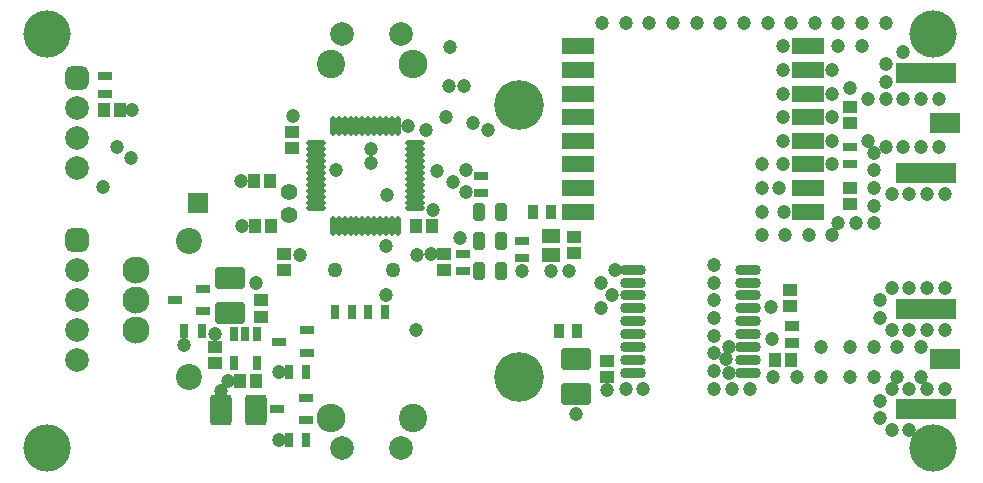
<source format=gts>
G04*
G04 #@! TF.GenerationSoftware,Altium Limited,Altium Designer,18.1.1 (9)*
G04*
G04 Layer_Color=8388736*
%FSLAX42Y42*%
%MOMM*%
G71*
G01*
G75*
G04:AMPARAMS|DCode=10|XSize=1.86mm|YSize=2.62mm|CornerRadius=0.35mm|HoleSize=0mm|Usage=FLASHONLY|Rotation=270.000|XOffset=0mm|YOffset=0mm|HoleType=Round|Shape=RoundedRectangle|*
%AMROUNDEDRECTD10*
21,1,1.86,1.92,0,0,270.0*
21,1,1.16,2.62,0,0,270.0*
1,1,0.70,-0.96,-0.58*
1,1,0.70,-0.96,0.58*
1,1,0.70,0.96,0.58*
1,1,0.70,0.96,-0.58*
%
%ADD10ROUNDEDRECTD10*%
G04:AMPARAMS|DCode=11|XSize=1.86mm|YSize=2.62mm|CornerRadius=0.35mm|HoleSize=0mm|Usage=FLASHONLY|Rotation=0.000|XOffset=0mm|YOffset=0mm|HoleType=Round|Shape=RoundedRectangle|*
%AMROUNDEDRECTD11*
21,1,1.86,1.92,0,0,0.0*
21,1,1.16,2.62,0,0,0.0*
1,1,0.70,0.58,-0.96*
1,1,0.70,-0.58,-0.96*
1,1,0.70,-0.58,0.96*
1,1,0.70,0.58,0.96*
%
%ADD11ROUNDEDRECTD11*%
%ADD12R,1.00X1.20*%
%ADD13R,1.20X1.00*%
%ADD14R,1.22X0.94*%
%ADD15R,1.15X0.80*%
%ADD16R,0.80X1.20*%
%ADD17O,1.65X0.50*%
%ADD18O,0.50X1.65*%
%ADD19R,1.70X1.70*%
%ADD20R,0.80X1.15*%
%ADD21R,1.20X0.80*%
%ADD22R,0.94X1.22*%
%ADD23R,5.10X1.80*%
%ADD24R,2.55X1.70*%
%ADD25R,1.65X1.20*%
G04:AMPARAMS|DCode=26|XSize=1.06mm|YSize=1.55mm|CornerRadius=0.32mm|HoleSize=0mm|Usage=FLASHONLY|Rotation=0.000|XOffset=0mm|YOffset=0mm|HoleType=Round|Shape=RoundedRectangle|*
%AMROUNDEDRECTD26*
21,1,1.06,0.91,0,0,0.0*
21,1,0.42,1.55,0,0,0.0*
1,1,0.64,0.21,-0.46*
1,1,0.64,-0.21,-0.46*
1,1,0.64,-0.21,0.46*
1,1,0.64,0.21,0.46*
%
%ADD26ROUNDEDRECTD26*%
%ADD27R,2.70X1.40*%
%ADD28O,2.20X0.90*%
%ADD29C,1.26*%
%ADD30C,2.00*%
%ADD31O,2.45X2.40*%
%ADD32C,2.40*%
G04:AMPARAMS|DCode=33|XSize=2mm|YSize=2mm|CornerRadius=0.55mm|HoleSize=0mm|Usage=FLASHONLY|Rotation=270.000|XOffset=0mm|YOffset=0mm|HoleType=Round|Shape=RoundedRectangle|*
%AMROUNDEDRECTD33*
21,1,2.00,0.90,0,0,270.0*
21,1,0.90,2.00,0,0,270.0*
1,1,1.10,-0.45,-0.45*
1,1,1.10,-0.45,0.45*
1,1,1.10,0.45,0.45*
1,1,1.10,0.45,-0.45*
%
%ADD33ROUNDEDRECTD33*%
%ADD34C,1.40*%
%ADD35C,2.20*%
%ADD36C,4.20*%
%ADD37C,2.30*%
%ADD38C,1.20*%
%ADD39C,4.00*%
D10*
X1800Y1393D02*
D03*
Y1688D02*
D03*
X4730Y1000D02*
D03*
Y705D02*
D03*
D11*
X2017Y570D02*
D03*
X1723D02*
D03*
D12*
X6410Y990D02*
D03*
X6545D02*
D03*
X868Y3110D02*
D03*
X732D02*
D03*
X2005Y2510D02*
D03*
X2140D02*
D03*
X2012Y2130D02*
D03*
X2148D02*
D03*
X2017Y820D02*
D03*
X1883D02*
D03*
X3372Y2130D02*
D03*
X3508D02*
D03*
D13*
X6540Y1588D02*
D03*
Y1452D02*
D03*
X2320Y2790D02*
D03*
Y2925D02*
D03*
X2260Y1895D02*
D03*
Y1760D02*
D03*
X2060Y1362D02*
D03*
Y1498D02*
D03*
X1670Y970D02*
D03*
Y1105D02*
D03*
X7050Y3135D02*
D03*
Y3000D02*
D03*
Y2450D02*
D03*
Y2315D02*
D03*
X4710Y2038D02*
D03*
Y1902D02*
D03*
X3610Y1895D02*
D03*
Y1760D02*
D03*
X4990Y985D02*
D03*
Y850D02*
D03*
D14*
X6560Y1136D02*
D03*
Y1284D02*
D03*
D15*
X740Y3395D02*
D03*
Y3245D02*
D03*
X4270Y1855D02*
D03*
Y2005D02*
D03*
X7050Y2800D02*
D03*
Y2650D02*
D03*
X3770Y1745D02*
D03*
Y1895D02*
D03*
X3920Y2405D02*
D03*
Y2555D02*
D03*
D16*
X2025Y1210D02*
D03*
X1930D02*
D03*
X1835D02*
D03*
Y970D02*
D03*
X2025D02*
D03*
D17*
X2523Y2277D02*
D03*
Y2327D02*
D03*
Y2377D02*
D03*
Y2427D02*
D03*
Y2477D02*
D03*
Y2527D02*
D03*
Y2577D02*
D03*
Y2627D02*
D03*
Y2677D02*
D03*
Y2727D02*
D03*
Y2777D02*
D03*
Y2827D02*
D03*
X3367D02*
D03*
Y2777D02*
D03*
Y2727D02*
D03*
Y2677D02*
D03*
Y2627D02*
D03*
Y2577D02*
D03*
Y2527D02*
D03*
Y2477D02*
D03*
Y2427D02*
D03*
Y2377D02*
D03*
Y2327D02*
D03*
Y2277D02*
D03*
D18*
X2670Y2975D02*
D03*
X2720D02*
D03*
X2770D02*
D03*
X2820D02*
D03*
X2870D02*
D03*
X2920D02*
D03*
X2970D02*
D03*
X3020D02*
D03*
X3070D02*
D03*
X3120D02*
D03*
X3170D02*
D03*
X3220D02*
D03*
Y2130D02*
D03*
X3170D02*
D03*
X3120D02*
D03*
X3070D02*
D03*
X3020D02*
D03*
X2970D02*
D03*
X2920D02*
D03*
X2870D02*
D03*
X2820D02*
D03*
X2770D02*
D03*
X2720D02*
D03*
X2670D02*
D03*
D19*
X1530Y2320D02*
D03*
D20*
X3115Y1400D02*
D03*
X2965D02*
D03*
X2835D02*
D03*
X2685D02*
D03*
X1410Y1240D02*
D03*
X1560D02*
D03*
X2295Y890D02*
D03*
X2445D02*
D03*
X2295Y320D02*
D03*
X2445D02*
D03*
D21*
X1330Y1500D02*
D03*
X1570Y1595D02*
D03*
Y1405D02*
D03*
X2450Y1055D02*
D03*
Y1245D02*
D03*
X2210Y1150D02*
D03*
X2440Y485D02*
D03*
Y675D02*
D03*
X2200Y580D02*
D03*
D22*
X4733Y1240D02*
D03*
X4587D02*
D03*
X4367Y2250D02*
D03*
X4513D02*
D03*
D23*
X7693Y1425D02*
D03*
Y575D02*
D03*
Y2575D02*
D03*
Y3425D02*
D03*
D24*
X7850Y1000D02*
D03*
Y3000D02*
D03*
D25*
X4520Y2040D02*
D03*
Y1880D02*
D03*
D26*
X4094Y2250D02*
D03*
X3906D02*
D03*
Y2000D02*
D03*
X4094D02*
D03*
X3906Y1750D02*
D03*
X4094D02*
D03*
D27*
X6695Y2250D02*
D03*
Y2450D02*
D03*
Y2650D02*
D03*
Y2850D02*
D03*
Y3050D02*
D03*
Y3250D02*
D03*
Y3450D02*
D03*
Y3650D02*
D03*
X4745Y2250D02*
D03*
Y2450D02*
D03*
Y2650D02*
D03*
Y2850D02*
D03*
Y3050D02*
D03*
Y3250D02*
D03*
Y3450D02*
D03*
Y3650D02*
D03*
D28*
X5215Y1760D02*
D03*
Y1650D02*
D03*
Y1540D02*
D03*
Y1430D02*
D03*
Y1320D02*
D03*
Y1210D02*
D03*
Y1100D02*
D03*
Y990D02*
D03*
Y880D02*
D03*
X6185Y1760D02*
D03*
Y1650D02*
D03*
Y1540D02*
D03*
Y1430D02*
D03*
Y1320D02*
D03*
Y1210D02*
D03*
Y1100D02*
D03*
Y990D02*
D03*
Y880D02*
D03*
D29*
X2690Y1760D02*
D03*
X3178D02*
D03*
D30*
X3250Y3750D02*
D03*
X2750D02*
D03*
X500Y2619D02*
D03*
Y3127D02*
D03*
Y2873D02*
D03*
Y1500D02*
D03*
Y1754D02*
D03*
Y1246D02*
D03*
Y992D02*
D03*
X3250Y250D02*
D03*
X2750D02*
D03*
D31*
X3350Y3500D02*
D03*
X2650Y500D02*
D03*
D32*
X2650Y3500D02*
D03*
X3350Y500D02*
D03*
D33*
X500Y3381D02*
D03*
Y2008D02*
D03*
D34*
X2300Y2420D02*
D03*
Y2220D02*
D03*
D35*
X1450Y850D02*
D03*
Y2000D02*
D03*
D36*
X4250Y850D02*
D03*
Y3150D02*
D03*
D37*
X1000Y1246D02*
D03*
Y1754D02*
D03*
Y1500D02*
D03*
D38*
X6900Y2050D02*
D03*
X6700D02*
D03*
X6500D02*
D03*
X6300D02*
D03*
X6050Y750D02*
D03*
X6200D02*
D03*
X5900D02*
D03*
X7300Y650D02*
D03*
X7150Y3650D02*
D03*
X6950D02*
D03*
X7350Y3850D02*
D03*
X7150D02*
D03*
X6950D02*
D03*
X6750D02*
D03*
X6550D02*
D03*
X6350D02*
D03*
X6150D02*
D03*
X5950D02*
D03*
X5750D02*
D03*
X5550D02*
D03*
X5350D02*
D03*
X5150D02*
D03*
X4950D02*
D03*
X5300Y750D02*
D03*
X5150D02*
D03*
X7500Y3600D02*
D03*
X7350Y3500D02*
D03*
Y3350D02*
D03*
X7800Y3200D02*
D03*
X7650D02*
D03*
X7500D02*
D03*
X7350D02*
D03*
X7200D02*
D03*
X7050Y3300D02*
D03*
X7850Y2400D02*
D03*
X7700D02*
D03*
X7550D02*
D03*
X7400D02*
D03*
X7800Y2800D02*
D03*
X7650D02*
D03*
X7200Y2850D02*
D03*
X7500Y2800D02*
D03*
X7350D02*
D03*
X7250Y2750D02*
D03*
Y2600D02*
D03*
Y2450D02*
D03*
Y2300D02*
D03*
Y2150D02*
D03*
X7100D02*
D03*
X6950D02*
D03*
X6300Y2250D02*
D03*
Y2450D02*
D03*
Y2650D02*
D03*
X6000Y1000D02*
D03*
X5900Y900D02*
D03*
Y1050D02*
D03*
Y1200D02*
D03*
Y1350D02*
D03*
Y1500D02*
D03*
Y1650D02*
D03*
Y1800D02*
D03*
X6450Y2450D02*
D03*
X6900Y3450D02*
D03*
Y3250D02*
D03*
Y3050D02*
D03*
Y2850D02*
D03*
Y2650D02*
D03*
X7300Y500D02*
D03*
X7400Y400D02*
D03*
Y750D02*
D03*
X7550D02*
D03*
Y400D02*
D03*
X7850Y750D02*
D03*
X7700D02*
D03*
X7400Y1250D02*
D03*
X7850D02*
D03*
X7700D02*
D03*
X7550D02*
D03*
X7300Y1350D02*
D03*
Y1500D02*
D03*
X7400Y1600D02*
D03*
X7550D02*
D03*
X7700D02*
D03*
X7850D02*
D03*
X7650Y1100D02*
D03*
X7450D02*
D03*
X7250D02*
D03*
X7050D02*
D03*
X6800D02*
D03*
X7650Y850D02*
D03*
X7450D02*
D03*
X7250D02*
D03*
X7050D02*
D03*
X6800D02*
D03*
X6600D02*
D03*
X6400D02*
D03*
X6390Y1170D02*
D03*
X6380Y1440D02*
D03*
X3860Y3000D02*
D03*
X3980Y2940D02*
D03*
X970Y3110D02*
D03*
X3750Y2030D02*
D03*
X6020Y1100D02*
D03*
X6020Y880D02*
D03*
X6480Y3650D02*
D03*
X4990Y740D02*
D03*
X4730Y540D02*
D03*
X2210Y320D02*
D03*
X2210Y890D02*
D03*
X1723Y730D02*
D03*
X1780Y820D02*
D03*
X1900Y2130D02*
D03*
X1890Y2510D02*
D03*
X1530Y2320D02*
D03*
X6490Y2250D02*
D03*
X6480Y2650D02*
D03*
X5060Y1760D02*
D03*
X4270Y1750D02*
D03*
X4520D02*
D03*
X4670D02*
D03*
X3690Y2500D02*
D03*
X3800Y2600D02*
D03*
X3520Y2260D02*
D03*
X2330Y3060D02*
D03*
X2700Y2600D02*
D03*
X3120Y1960D02*
D03*
X3505Y1895D02*
D03*
X2390Y1880D02*
D03*
X1410Y1120D02*
D03*
X1670Y1210D02*
D03*
X2020Y1650D02*
D03*
X960Y2700D02*
D03*
X720Y2460D02*
D03*
X840Y2800D02*
D03*
X3375Y1245D02*
D03*
X3380Y1880D02*
D03*
X3800Y2420D02*
D03*
X3550Y2590D02*
D03*
X4940Y1430D02*
D03*
X5030Y1540D02*
D03*
X4940Y1650D02*
D03*
X3130Y2390D02*
D03*
X3458Y2942D02*
D03*
X2990Y2660D02*
D03*
X2990Y2780D02*
D03*
X3310Y2975D02*
D03*
X3630Y3050D02*
D03*
X3780Y3310D02*
D03*
X3660Y3640D02*
D03*
X3650Y3310D02*
D03*
X6480Y2850D02*
D03*
Y3050D02*
D03*
Y3250D02*
D03*
Y3450D02*
D03*
X3120Y1540D02*
D03*
D39*
X250Y250D02*
D03*
Y3750D02*
D03*
X7750Y250D02*
D03*
Y3750D02*
D03*
M02*

</source>
